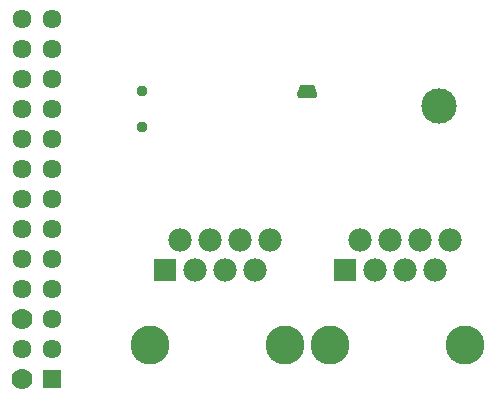
<source format=gbs>
G75*
G70*
%OFA0B0*%
%FSLAX24Y24*%
%IPPOS*%
%LPD*%
%AMOC8*
5,1,8,0,0,1.08239X$1,22.5*
%
%ADD10C,0.1182*%
%ADD11R,0.0634X0.0634*%
%ADD12C,0.0700*%
%ADD13C,0.0634*%
%ADD14C,0.0780*%
%ADD15R,0.0780X0.0780*%
%ADD16C,0.1300*%
%ADD17C,0.0000*%
%ADD18C,0.0001*%
%ADD19C,0.0375*%
D10*
X017519Y016059D03*
D11*
X004637Y006960D03*
D12*
X003637Y006960D03*
X003637Y008960D03*
D13*
X003637Y009960D03*
X003637Y010960D03*
X003637Y011960D03*
X003637Y012960D03*
X003637Y013960D03*
X003637Y014960D03*
X003637Y015960D03*
X003637Y016960D03*
X003637Y017960D03*
X003637Y018960D03*
X004637Y018960D03*
X004637Y017960D03*
X004637Y016960D03*
X004637Y015960D03*
X004637Y014960D03*
X004637Y013960D03*
X004637Y012960D03*
X004637Y011960D03*
X004637Y010960D03*
X004637Y009960D03*
X004637Y008960D03*
X004637Y007960D03*
X003637Y007960D03*
D14*
X008887Y011585D03*
X009387Y010585D03*
X009887Y011585D03*
X010387Y010585D03*
X010887Y011585D03*
X011387Y010585D03*
X011887Y011585D03*
X014887Y011585D03*
X015387Y010585D03*
X015887Y011585D03*
X016387Y010585D03*
X016887Y011585D03*
X017887Y011585D03*
X017387Y010585D03*
D15*
X014387Y010585D03*
X008387Y010585D03*
D16*
X007887Y008085D03*
X012387Y008085D03*
X013887Y008085D03*
X018387Y008085D03*
D17*
X013385Y016356D02*
X012842Y016356D01*
X012826Y016395D01*
X012810Y016431D01*
X012790Y016470D01*
X012806Y016509D01*
X012822Y016553D01*
X012838Y016596D01*
X012853Y016639D01*
X012869Y016683D01*
X012885Y016726D01*
X012901Y016765D01*
X013279Y016765D01*
X013326Y016765D01*
X013342Y016726D01*
X013357Y016683D01*
X013373Y016639D01*
X013389Y016596D01*
X013405Y016553D01*
X013420Y016509D01*
X013436Y016470D01*
X013420Y016431D01*
X013405Y016395D01*
X013385Y016356D01*
D18*
X012842Y016356D01*
X012841Y016357D02*
X013385Y016357D01*
X013386Y016358D02*
X012841Y016358D01*
X012840Y016359D02*
X013386Y016359D01*
X013387Y016360D02*
X012840Y016360D01*
X012840Y016361D02*
X013387Y016361D01*
X013388Y016362D02*
X012839Y016362D01*
X012839Y016363D02*
X013388Y016363D01*
X013389Y016364D02*
X012838Y016364D01*
X012838Y016365D02*
X013389Y016365D01*
X013390Y016366D02*
X012838Y016366D01*
X012837Y016367D02*
X013390Y016367D01*
X013391Y016368D02*
X012837Y016368D01*
X012836Y016369D02*
X013391Y016369D01*
X013392Y016370D02*
X012836Y016370D01*
X012836Y016371D02*
X013392Y016371D01*
X013393Y016372D02*
X012835Y016372D01*
X012835Y016373D02*
X013393Y016373D01*
X013394Y016374D02*
X012834Y016374D01*
X012834Y016375D02*
X013394Y016375D01*
X013395Y016376D02*
X012834Y016376D01*
X012833Y016377D02*
X013395Y016377D01*
X013396Y016378D02*
X012833Y016378D01*
X012832Y016379D02*
X013396Y016379D01*
X013397Y016380D02*
X012832Y016380D01*
X012832Y016381D02*
X013397Y016381D01*
X013398Y016382D02*
X012831Y016382D01*
X012831Y016383D02*
X013398Y016383D01*
X013399Y016384D02*
X012830Y016384D01*
X012830Y016385D02*
X013399Y016385D01*
X013400Y016386D02*
X012830Y016386D01*
X012829Y016387D02*
X013400Y016387D01*
X013401Y016388D02*
X012829Y016388D01*
X012828Y016389D02*
X013401Y016389D01*
X013402Y016390D02*
X012828Y016390D01*
X012828Y016391D02*
X013402Y016391D01*
X013403Y016392D02*
X012827Y016392D01*
X012827Y016393D02*
X013403Y016393D01*
X013404Y016394D02*
X012826Y016394D01*
X012826Y016395D02*
X013404Y016395D01*
X013405Y016396D02*
X012825Y016396D01*
X012825Y016397D02*
X013405Y016397D01*
X013406Y016398D02*
X012825Y016398D01*
X012824Y016399D02*
X013406Y016399D01*
X013407Y016400D02*
X012824Y016400D01*
X012823Y016401D02*
X013407Y016401D01*
X013407Y016402D02*
X012823Y016402D01*
X012822Y016403D02*
X013408Y016403D01*
X013408Y016404D02*
X012822Y016404D01*
X012821Y016405D02*
X013409Y016405D01*
X013409Y016406D02*
X012821Y016406D01*
X012821Y016407D02*
X013410Y016407D01*
X013410Y016408D02*
X012820Y016408D01*
X012820Y016409D02*
X013411Y016409D01*
X013411Y016410D02*
X012819Y016410D01*
X012819Y016411D02*
X013411Y016411D01*
X013412Y016412D02*
X012818Y016412D01*
X012818Y016413D02*
X013412Y016413D01*
X013413Y016414D02*
X012817Y016414D01*
X012817Y016415D02*
X013413Y016415D01*
X013414Y016416D02*
X012817Y016416D01*
X012816Y016417D02*
X013414Y016417D01*
X013415Y016418D02*
X012816Y016418D01*
X012815Y016419D02*
X013415Y016419D01*
X013415Y016420D02*
X012815Y016420D01*
X012814Y016421D02*
X013416Y016421D01*
X013416Y016422D02*
X012814Y016422D01*
X012813Y016423D02*
X013417Y016423D01*
X013417Y016424D02*
X012813Y016424D01*
X012813Y016425D02*
X013418Y016425D01*
X013418Y016426D02*
X012812Y016426D01*
X012812Y016427D02*
X013419Y016427D01*
X013419Y016428D02*
X012811Y016428D01*
X012811Y016429D02*
X013419Y016429D01*
X013420Y016430D02*
X012810Y016430D01*
X012810Y016431D02*
X013420Y016431D01*
X013421Y016432D02*
X012809Y016432D01*
X012809Y016433D02*
X013421Y016433D01*
X013422Y016434D02*
X012808Y016434D01*
X012808Y016435D02*
X013422Y016435D01*
X013422Y016436D02*
X012807Y016436D01*
X012807Y016437D02*
X013423Y016437D01*
X013423Y016438D02*
X012806Y016438D01*
X012806Y016439D02*
X013424Y016439D01*
X013424Y016440D02*
X012805Y016440D01*
X012805Y016441D02*
X013424Y016441D01*
X013425Y016442D02*
X012804Y016442D01*
X012804Y016443D02*
X013425Y016443D01*
X013426Y016444D02*
X012803Y016444D01*
X012803Y016445D02*
X013426Y016445D01*
X013426Y016446D02*
X012802Y016446D01*
X012802Y016447D02*
X013427Y016447D01*
X013427Y016448D02*
X012801Y016448D01*
X012801Y016449D02*
X013428Y016449D01*
X013428Y016450D02*
X012800Y016450D01*
X012800Y016451D02*
X013428Y016451D01*
X013429Y016452D02*
X012799Y016452D01*
X012799Y016453D02*
X013429Y016453D01*
X013430Y016454D02*
X012798Y016454D01*
X012798Y016455D02*
X013430Y016455D01*
X013430Y016456D02*
X012797Y016456D01*
X012797Y016457D02*
X013431Y016457D01*
X013431Y016458D02*
X012796Y016458D01*
X012796Y016459D02*
X013432Y016459D01*
X013432Y016460D02*
X012795Y016460D01*
X012795Y016461D02*
X013432Y016461D01*
X013433Y016462D02*
X012794Y016462D01*
X012794Y016463D02*
X013433Y016463D01*
X013434Y016464D02*
X012793Y016464D01*
X012793Y016465D02*
X013434Y016465D01*
X013434Y016466D02*
X012792Y016466D01*
X012792Y016467D02*
X013435Y016467D01*
X013435Y016468D02*
X012791Y016468D01*
X012791Y016469D02*
X013436Y016469D01*
X013436Y016470D02*
X012790Y016470D01*
X012791Y016471D02*
X013436Y016471D01*
X013435Y016472D02*
X012791Y016472D01*
X012791Y016473D02*
X013435Y016473D01*
X013435Y016474D02*
X012792Y016474D01*
X012792Y016475D02*
X013434Y016475D01*
X013434Y016476D02*
X012793Y016476D01*
X012793Y016477D02*
X013433Y016477D01*
X013433Y016478D02*
X012793Y016478D01*
X012794Y016479D02*
X013433Y016479D01*
X013432Y016480D02*
X012794Y016480D01*
X012795Y016481D02*
X013432Y016481D01*
X013431Y016482D02*
X012795Y016482D01*
X012795Y016483D02*
X013431Y016483D01*
X013431Y016484D02*
X012796Y016484D01*
X012796Y016485D02*
X013430Y016485D01*
X013430Y016486D02*
X012797Y016486D01*
X012797Y016487D02*
X013429Y016487D01*
X013429Y016488D02*
X012797Y016488D01*
X012798Y016489D02*
X013429Y016489D01*
X013428Y016490D02*
X012798Y016490D01*
X012799Y016491D02*
X013428Y016491D01*
X013427Y016492D02*
X012799Y016492D01*
X012799Y016493D02*
X013427Y016493D01*
X013427Y016494D02*
X012800Y016494D01*
X012800Y016495D02*
X013426Y016495D01*
X013426Y016496D02*
X012801Y016496D01*
X012801Y016497D02*
X013425Y016497D01*
X013425Y016498D02*
X012801Y016498D01*
X012802Y016499D02*
X013425Y016499D01*
X013424Y016500D02*
X012802Y016500D01*
X012803Y016501D02*
X013424Y016501D01*
X013423Y016502D02*
X012803Y016502D01*
X012803Y016503D02*
X013423Y016503D01*
X013423Y016504D02*
X012804Y016504D01*
X012804Y016505D02*
X013422Y016505D01*
X013422Y016506D02*
X012805Y016506D01*
X012805Y016507D02*
X013421Y016507D01*
X013421Y016508D02*
X012805Y016508D01*
X012806Y016509D02*
X013421Y016509D01*
X013420Y016510D02*
X012806Y016510D01*
X012807Y016511D02*
X013420Y016511D01*
X013419Y016512D02*
X012807Y016512D01*
X012807Y016513D02*
X013419Y016513D01*
X013419Y016514D02*
X012808Y016514D01*
X012808Y016515D02*
X013418Y016515D01*
X013418Y016516D02*
X012808Y016516D01*
X012809Y016517D02*
X013418Y016517D01*
X013417Y016518D02*
X012809Y016518D01*
X012810Y016519D02*
X013417Y016519D01*
X013416Y016520D02*
X012810Y016520D01*
X012810Y016521D02*
X013416Y016521D01*
X013416Y016522D02*
X012811Y016522D01*
X012811Y016523D02*
X013415Y016523D01*
X013415Y016524D02*
X012811Y016524D01*
X012812Y016525D02*
X013415Y016525D01*
X013414Y016526D02*
X012812Y016526D01*
X012812Y016527D02*
X013414Y016527D01*
X013414Y016528D02*
X012813Y016528D01*
X012813Y016529D02*
X013413Y016529D01*
X013413Y016530D02*
X012814Y016530D01*
X012814Y016531D02*
X013413Y016531D01*
X013412Y016532D02*
X012814Y016532D01*
X012815Y016533D02*
X013412Y016533D01*
X013411Y016534D02*
X012815Y016534D01*
X012815Y016535D02*
X013411Y016535D01*
X013411Y016536D02*
X012816Y016536D01*
X012816Y016537D02*
X013410Y016537D01*
X013410Y016538D02*
X012816Y016538D01*
X012817Y016539D02*
X013410Y016539D01*
X013409Y016540D02*
X012817Y016540D01*
X012818Y016541D02*
X013409Y016541D01*
X013409Y016542D02*
X012818Y016542D01*
X012818Y016543D02*
X013408Y016543D01*
X013408Y016544D02*
X012819Y016544D01*
X012819Y016545D02*
X013407Y016545D01*
X013407Y016546D02*
X012819Y016546D01*
X012820Y016547D02*
X013407Y016547D01*
X013406Y016548D02*
X012820Y016548D01*
X012820Y016549D02*
X013406Y016549D01*
X013406Y016550D02*
X012821Y016550D01*
X012821Y016551D02*
X013405Y016551D01*
X013405Y016552D02*
X012822Y016552D01*
X012822Y016553D02*
X013405Y016553D01*
X013404Y016554D02*
X012822Y016554D01*
X012823Y016555D02*
X013404Y016555D01*
X013403Y016556D02*
X012823Y016556D01*
X012823Y016557D02*
X013403Y016557D01*
X013403Y016558D02*
X012824Y016558D01*
X012824Y016559D02*
X013402Y016559D01*
X013402Y016560D02*
X012824Y016560D01*
X012825Y016561D02*
X013402Y016561D01*
X013401Y016562D02*
X012825Y016562D01*
X012825Y016563D02*
X013401Y016563D01*
X013401Y016564D02*
X012826Y016564D01*
X012826Y016565D02*
X013400Y016565D01*
X013400Y016566D02*
X012827Y016566D01*
X012827Y016567D02*
X013399Y016567D01*
X013399Y016568D02*
X012827Y016568D01*
X012828Y016569D02*
X013399Y016569D01*
X013398Y016570D02*
X012828Y016570D01*
X012828Y016571D02*
X013398Y016571D01*
X013398Y016572D02*
X012829Y016572D01*
X012829Y016573D02*
X013397Y016573D01*
X013397Y016574D02*
X012829Y016574D01*
X012830Y016575D02*
X013397Y016575D01*
X013396Y016576D02*
X012830Y016576D01*
X012831Y016577D02*
X013396Y016577D01*
X013395Y016578D02*
X012831Y016578D01*
X012831Y016579D02*
X013395Y016579D01*
X013395Y016580D02*
X012832Y016580D01*
X012832Y016581D02*
X013394Y016581D01*
X013394Y016582D02*
X012832Y016582D01*
X012833Y016583D02*
X013394Y016583D01*
X013393Y016584D02*
X012833Y016584D01*
X012833Y016585D02*
X013393Y016585D01*
X013393Y016586D02*
X012834Y016586D01*
X012834Y016587D02*
X013392Y016587D01*
X013392Y016588D02*
X012835Y016588D01*
X012835Y016589D02*
X013391Y016589D01*
X013391Y016590D02*
X012835Y016590D01*
X012836Y016591D02*
X013391Y016591D01*
X013390Y016592D02*
X012836Y016592D01*
X012836Y016593D02*
X013390Y016593D01*
X013390Y016594D02*
X012837Y016594D01*
X012837Y016595D02*
X013389Y016595D01*
X013389Y016596D02*
X012837Y016596D01*
X012838Y016597D02*
X013389Y016597D01*
X013388Y016598D02*
X012838Y016598D01*
X012839Y016599D02*
X013388Y016599D01*
X013387Y016600D02*
X012839Y016600D01*
X012839Y016601D02*
X013387Y016601D01*
X013387Y016602D02*
X012840Y016602D01*
X012840Y016603D02*
X013386Y016603D01*
X013386Y016604D02*
X012840Y016604D01*
X012841Y016605D02*
X013386Y016605D01*
X013385Y016606D02*
X012841Y016606D01*
X012841Y016607D02*
X013385Y016607D01*
X013385Y016608D02*
X012842Y016608D01*
X012842Y016609D02*
X013384Y016609D01*
X013384Y016610D02*
X012843Y016610D01*
X012843Y016611D02*
X013383Y016611D01*
X013383Y016612D02*
X012843Y016612D01*
X012844Y016613D02*
X013383Y016613D01*
X013382Y016614D02*
X012844Y016614D01*
X012844Y016615D02*
X013382Y016615D01*
X013382Y016616D02*
X012845Y016616D01*
X012845Y016617D02*
X013381Y016617D01*
X013381Y016618D02*
X012845Y016618D01*
X012846Y016619D02*
X013381Y016619D01*
X013380Y016620D02*
X012846Y016620D01*
X012847Y016621D02*
X013380Y016621D01*
X013379Y016622D02*
X012847Y016622D01*
X012847Y016623D02*
X013379Y016623D01*
X013379Y016624D02*
X012848Y016624D01*
X012848Y016625D02*
X013378Y016625D01*
X013378Y016626D02*
X012848Y016626D01*
X012849Y016627D02*
X013378Y016627D01*
X013377Y016628D02*
X012849Y016628D01*
X012849Y016629D02*
X013377Y016629D01*
X013377Y016630D02*
X012850Y016630D01*
X012850Y016631D02*
X013376Y016631D01*
X013376Y016632D02*
X012851Y016632D01*
X012851Y016633D02*
X013375Y016633D01*
X013375Y016634D02*
X012851Y016634D01*
X012852Y016635D02*
X013375Y016635D01*
X013374Y016636D02*
X012852Y016636D01*
X012852Y016637D02*
X013374Y016637D01*
X013374Y016638D02*
X012853Y016638D01*
X012853Y016639D02*
X013373Y016639D01*
X013373Y016640D02*
X012853Y016640D01*
X012854Y016641D02*
X013373Y016641D01*
X013372Y016642D02*
X012854Y016642D01*
X012855Y016643D02*
X013372Y016643D01*
X013371Y016644D02*
X012855Y016644D01*
X012855Y016645D02*
X013371Y016645D01*
X013371Y016646D02*
X012856Y016646D01*
X012856Y016647D02*
X013370Y016647D01*
X013370Y016648D02*
X012856Y016648D01*
X012857Y016649D02*
X013370Y016649D01*
X013369Y016650D02*
X012857Y016650D01*
X012857Y016651D02*
X013369Y016651D01*
X013369Y016652D02*
X012858Y016652D01*
X012858Y016653D02*
X013368Y016653D01*
X013368Y016654D02*
X012859Y016654D01*
X012859Y016655D02*
X013367Y016655D01*
X013367Y016656D02*
X012859Y016656D01*
X012860Y016657D02*
X013367Y016657D01*
X013366Y016658D02*
X012860Y016658D01*
X012860Y016659D02*
X013366Y016659D01*
X013366Y016660D02*
X012861Y016660D01*
X012861Y016661D02*
X013365Y016661D01*
X013365Y016662D02*
X012861Y016662D01*
X012862Y016663D02*
X013365Y016663D01*
X013364Y016664D02*
X012862Y016664D01*
X012863Y016665D02*
X013364Y016665D01*
X013363Y016666D02*
X012863Y016666D01*
X012863Y016667D02*
X013363Y016667D01*
X013363Y016668D02*
X012864Y016668D01*
X012864Y016669D02*
X013362Y016669D01*
X013362Y016670D02*
X012864Y016670D01*
X012865Y016671D02*
X013362Y016671D01*
X013361Y016672D02*
X012865Y016672D01*
X012865Y016673D02*
X013361Y016673D01*
X013361Y016674D02*
X012866Y016674D01*
X012866Y016675D02*
X013360Y016675D01*
X013360Y016676D02*
X012867Y016676D01*
X012867Y016677D02*
X013359Y016677D01*
X013359Y016678D02*
X012867Y016678D01*
X012868Y016679D02*
X013359Y016679D01*
X013358Y016680D02*
X012868Y016680D01*
X012868Y016681D02*
X013358Y016681D01*
X013358Y016682D02*
X012869Y016682D01*
X012869Y016683D02*
X013357Y016683D01*
X013357Y016684D02*
X012869Y016684D01*
X012870Y016685D02*
X013357Y016685D01*
X013356Y016686D02*
X012870Y016686D01*
X012871Y016687D02*
X013356Y016687D01*
X013355Y016688D02*
X012871Y016688D01*
X012871Y016689D02*
X013355Y016689D01*
X013355Y016690D02*
X012872Y016690D01*
X012872Y016691D02*
X013354Y016691D01*
X013354Y016692D02*
X012872Y016692D01*
X012873Y016693D02*
X013354Y016693D01*
X013353Y016694D02*
X012873Y016694D01*
X012873Y016695D02*
X013353Y016695D01*
X013353Y016696D02*
X012874Y016696D01*
X012874Y016697D02*
X013352Y016697D01*
X013352Y016698D02*
X012875Y016698D01*
X012875Y016699D02*
X013351Y016699D01*
X013351Y016700D02*
X012875Y016700D01*
X012876Y016701D02*
X013351Y016701D01*
X013350Y016702D02*
X012876Y016702D01*
X012876Y016703D02*
X013350Y016703D01*
X013350Y016704D02*
X012877Y016704D01*
X012877Y016705D02*
X013349Y016705D01*
X013349Y016706D02*
X012877Y016706D01*
X012878Y016707D02*
X013349Y016707D01*
X013348Y016708D02*
X012878Y016708D01*
X012879Y016709D02*
X013348Y016709D01*
X013347Y016710D02*
X012879Y016710D01*
X012879Y016711D02*
X013347Y016711D01*
X013347Y016712D02*
X012880Y016712D01*
X012880Y016713D02*
X013346Y016713D01*
X013346Y016714D02*
X012880Y016714D01*
X012881Y016715D02*
X013346Y016715D01*
X013345Y016716D02*
X012881Y016716D01*
X012881Y016717D02*
X013345Y016717D01*
X013345Y016718D02*
X012882Y016718D01*
X012882Y016719D02*
X013344Y016719D01*
X013344Y016720D02*
X012883Y016720D01*
X012883Y016721D02*
X013343Y016721D01*
X013343Y016722D02*
X012883Y016722D01*
X012884Y016723D02*
X013343Y016723D01*
X013342Y016724D02*
X012884Y016724D01*
X012884Y016725D02*
X013342Y016725D01*
X013342Y016726D02*
X012885Y016726D01*
X012885Y016727D02*
X013341Y016727D01*
X013341Y016728D02*
X012885Y016728D01*
X012886Y016729D02*
X013340Y016729D01*
X013340Y016730D02*
X012886Y016730D01*
X012887Y016731D02*
X013340Y016731D01*
X013339Y016732D02*
X012887Y016732D01*
X012887Y016733D02*
X013339Y016733D01*
X013338Y016734D02*
X012888Y016734D01*
X012888Y016735D02*
X013338Y016735D01*
X013338Y016736D02*
X012889Y016736D01*
X012889Y016737D02*
X013337Y016737D01*
X013337Y016738D02*
X012889Y016738D01*
X012890Y016739D02*
X013336Y016739D01*
X013336Y016740D02*
X012890Y016740D01*
X012891Y016741D02*
X013336Y016741D01*
X013335Y016742D02*
X012891Y016742D01*
X012891Y016743D02*
X013335Y016743D01*
X013334Y016744D02*
X012892Y016744D01*
X012892Y016745D02*
X013334Y016745D01*
X013334Y016746D02*
X012893Y016746D01*
X012893Y016747D02*
X013333Y016747D01*
X013333Y016748D02*
X012893Y016748D01*
X012894Y016749D02*
X013332Y016749D01*
X013332Y016750D02*
X012894Y016750D01*
X012895Y016751D02*
X013332Y016751D01*
X013331Y016752D02*
X012895Y016752D01*
X012895Y016753D02*
X013331Y016753D01*
X013330Y016754D02*
X012896Y016754D01*
X012896Y016755D02*
X013330Y016755D01*
X013330Y016756D02*
X012897Y016756D01*
X012897Y016757D02*
X013329Y016757D01*
X013329Y016758D02*
X012897Y016758D01*
X012898Y016759D02*
X013328Y016759D01*
X013328Y016760D02*
X012898Y016760D01*
X012899Y016761D02*
X013328Y016761D01*
X013327Y016762D02*
X012899Y016762D01*
X012899Y016763D02*
X013327Y016763D01*
X013326Y016764D02*
X012900Y016764D01*
X012900Y016765D02*
X013326Y016765D01*
D19*
X007637Y016551D03*
X007637Y015370D03*
M02*

</source>
